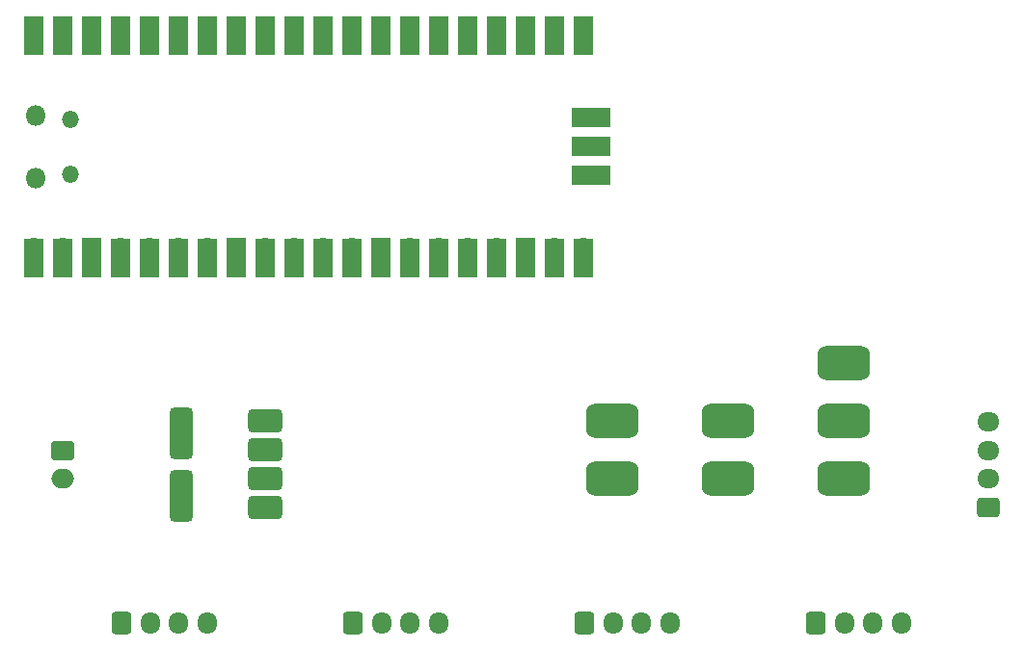
<source format=gbr>
%TF.GenerationSoftware,KiCad,Pcbnew,8.0.5*%
%TF.CreationDate,2025-02-28T15:20:49+09:00*%
%TF.ProjectId,PCB_Sim,5043425f-5369-46d2-9e6b-696361645f70,rev?*%
%TF.SameCoordinates,Original*%
%TF.FileFunction,Soldermask,Top*%
%TF.FilePolarity,Negative*%
%FSLAX46Y46*%
G04 Gerber Fmt 4.6, Leading zero omitted, Abs format (unit mm)*
G04 Created by KiCad (PCBNEW 8.0.5) date 2025-02-28 15:20:49*
%MOMM*%
%LPD*%
G01*
G04 APERTURE LIST*
G04 Aperture macros list*
%AMRoundRect*
0 Rectangle with rounded corners*
0 $1 Rounding radius*
0 $2 $3 $4 $5 $6 $7 $8 $9 X,Y pos of 4 corners*
0 Add a 4 corners polygon primitive as box body*
4,1,4,$2,$3,$4,$5,$6,$7,$8,$9,$2,$3,0*
0 Add four circle primitives for the rounded corners*
1,1,$1+$1,$2,$3*
1,1,$1+$1,$4,$5*
1,1,$1+$1,$6,$7*
1,1,$1+$1,$8,$9*
0 Add four rect primitives between the rounded corners*
20,1,$1+$1,$2,$3,$4,$5,0*
20,1,$1+$1,$4,$5,$6,$7,0*
20,1,$1+$1,$6,$7,$8,$9,0*
20,1,$1+$1,$8,$9,$2,$3,0*%
G04 Aperture macros list end*
%ADD10RoundRect,0.250000X-0.600000X-0.725000X0.600000X-0.725000X0.600000X0.725000X-0.600000X0.725000X0*%
%ADD11O,1.700000X1.950000*%
%ADD12RoundRect,0.762000X-1.524000X-0.762000X1.524000X-0.762000X1.524000X0.762000X-1.524000X0.762000X0*%
%ADD13RoundRect,0.250000X-0.750000X0.600000X-0.750000X-0.600000X0.750000X-0.600000X0.750000X0.600000X0*%
%ADD14O,2.000000X1.700000*%
%ADD15RoundRect,0.328084X1.171916X0.671916X-1.171916X0.671916X-1.171916X-0.671916X1.171916X-0.671916X0*%
%ADD16RoundRect,0.328084X0.671916X1.921916X-0.671916X1.921916X-0.671916X-1.921916X0.671916X-1.921916X0*%
%ADD17O,1.800000X1.800000*%
%ADD18O,1.500000X1.500000*%
%ADD19O,1.700000X1.700000*%
%ADD20R,1.700000X3.500000*%
%ADD21R,1.700000X1.700000*%
%ADD22R,3.500000X1.700000*%
%ADD23RoundRect,0.250000X0.725000X-0.600000X0.725000X0.600000X-0.725000X0.600000X-0.725000X-0.600000X0*%
%ADD24O,1.950000X1.700000*%
G04 APERTURE END LIST*
D10*
%TO.C,J3*%
X134700000Y-116840000D03*
D11*
X137200000Y-116840000D03*
X139700000Y-116840000D03*
X142200000Y-116840000D03*
%TD*%
D12*
%TO.C,D1*%
X167640000Y-99060000D03*
X167640000Y-104140000D03*
%TD*%
%TO.C,RV1*%
X177800000Y-93980000D03*
X177800000Y-99060000D03*
X177800000Y-104140000D03*
%TD*%
D13*
%TO.C,J6*%
X109220000Y-101640000D03*
D14*
X109220000Y-104140000D03*
%TD*%
D15*
%TO.C,PAM1*%
X127000000Y-106680000D03*
X127000000Y-104140000D03*
X127000000Y-101600000D03*
X127000000Y-99060000D03*
D16*
X119600000Y-105630000D03*
X119600000Y-100130000D03*
%TD*%
D10*
%TO.C,J5*%
X175340000Y-116840000D03*
D11*
X177840000Y-116840000D03*
X180340000Y-116840000D03*
X182840000Y-116840000D03*
%TD*%
D12*
%TO.C,SW1*%
X157480000Y-99060000D03*
X157480000Y-104140000D03*
%TD*%
D10*
%TO.C,J2*%
X114380000Y-116840000D03*
D11*
X116880000Y-116840000D03*
X119380000Y-116840000D03*
X121880000Y-116840000D03*
%TD*%
D10*
%TO.C,J4*%
X155020000Y-116840000D03*
D11*
X157520000Y-116840000D03*
X160020000Y-116840000D03*
X162520000Y-116840000D03*
%TD*%
D17*
%TO.C,U1*%
X106810000Y-77655000D03*
D18*
X109840000Y-77355000D03*
X109840000Y-72505000D03*
D17*
X106810000Y-72205000D03*
D19*
X106680000Y-83820000D03*
D20*
X106680000Y-84720000D03*
D19*
X109220000Y-83820000D03*
D20*
X109220000Y-84720000D03*
D21*
X111760000Y-83820000D03*
D20*
X111760000Y-84720000D03*
D19*
X114300000Y-83820000D03*
D20*
X114300000Y-84720000D03*
D19*
X116840000Y-83820000D03*
D20*
X116840000Y-84720000D03*
D19*
X119380000Y-83820000D03*
D20*
X119380000Y-84720000D03*
D19*
X121920000Y-83820000D03*
D20*
X121920000Y-84720000D03*
D21*
X124460000Y-83820000D03*
D20*
X124460000Y-84720000D03*
D19*
X127000000Y-83820000D03*
D20*
X127000000Y-84720000D03*
D19*
X129540000Y-83820000D03*
D20*
X129540000Y-84720000D03*
D19*
X132080000Y-83820000D03*
D20*
X132080000Y-84720000D03*
D19*
X134620000Y-83820000D03*
D20*
X134620000Y-84720000D03*
D21*
X137160000Y-83820000D03*
D20*
X137160000Y-84720000D03*
D19*
X139700000Y-83820000D03*
D20*
X139700000Y-84720000D03*
D19*
X142240000Y-83820000D03*
D20*
X142240000Y-84720000D03*
D19*
X144780000Y-83820000D03*
D20*
X144780000Y-84720000D03*
D19*
X147320000Y-83820000D03*
D20*
X147320000Y-84720000D03*
D21*
X149860000Y-83820000D03*
D20*
X149860000Y-84720000D03*
D19*
X152400000Y-83820000D03*
D20*
X152400000Y-84720000D03*
D19*
X154940000Y-83820000D03*
D20*
X154940000Y-84720000D03*
D19*
X154940000Y-66040000D03*
D20*
X154940000Y-65140000D03*
D19*
X152400000Y-66040000D03*
D20*
X152400000Y-65140000D03*
D21*
X149860000Y-66040000D03*
D20*
X149860000Y-65140000D03*
D19*
X147320000Y-66040000D03*
D20*
X147320000Y-65140000D03*
D19*
X144780000Y-66040000D03*
D20*
X144780000Y-65140000D03*
D19*
X142240000Y-66040000D03*
D20*
X142240000Y-65140000D03*
D19*
X139700000Y-66040000D03*
D20*
X139700000Y-65140000D03*
D21*
X137160000Y-66040000D03*
D20*
X137160000Y-65140000D03*
D19*
X134620000Y-66040000D03*
D20*
X134620000Y-65140000D03*
D19*
X132080000Y-66040000D03*
D20*
X132080000Y-65140000D03*
D19*
X129540000Y-66040000D03*
D20*
X129540000Y-65140000D03*
D19*
X127000000Y-66040000D03*
D20*
X127000000Y-65140000D03*
D21*
X124460000Y-66040000D03*
D20*
X124460000Y-65140000D03*
D19*
X121920000Y-66040000D03*
D20*
X121920000Y-65140000D03*
D19*
X119380000Y-66040000D03*
D20*
X119380000Y-65140000D03*
D19*
X116840000Y-66040000D03*
D20*
X116840000Y-65140000D03*
D19*
X114300000Y-66040000D03*
D20*
X114300000Y-65140000D03*
D21*
X111760000Y-66040000D03*
D20*
X111760000Y-65140000D03*
D19*
X109220000Y-66040000D03*
D20*
X109220000Y-65140000D03*
D19*
X106680000Y-66040000D03*
D20*
X106680000Y-65140000D03*
D19*
X154710000Y-77470000D03*
D22*
X155610000Y-77470000D03*
D21*
X154710000Y-74930000D03*
D22*
X155610000Y-74930000D03*
D19*
X154710000Y-72390000D03*
D22*
X155610000Y-72390000D03*
%TD*%
D23*
%TO.C,J1*%
X190500000Y-106640000D03*
D24*
X190500000Y-104140000D03*
X190500000Y-101640000D03*
X190500000Y-99140000D03*
%TD*%
M02*

</source>
